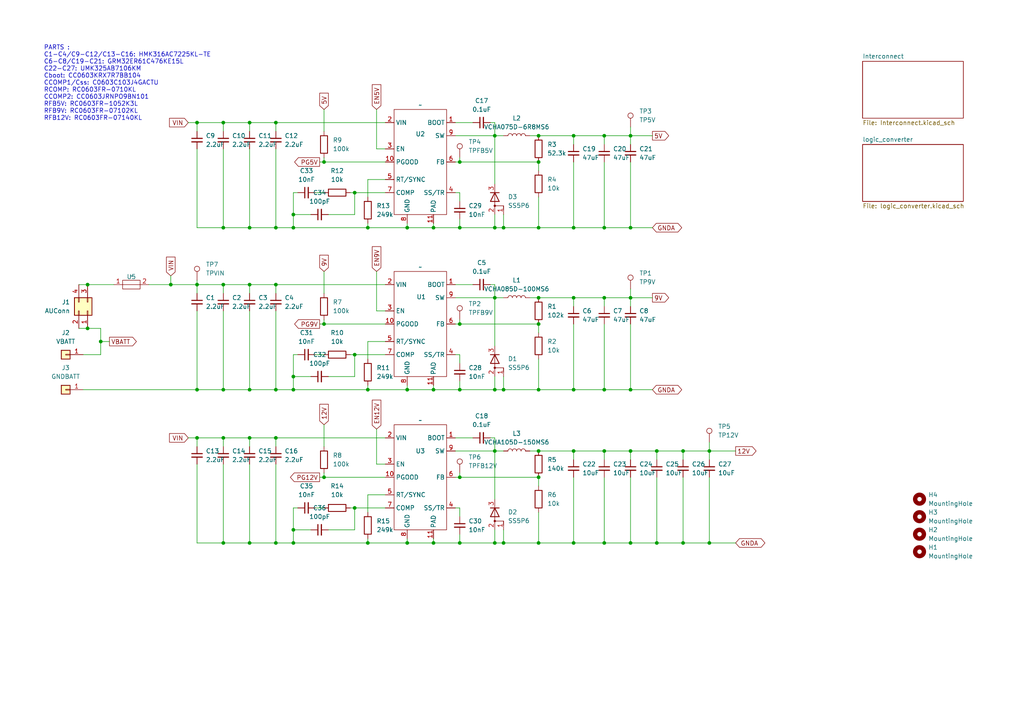
<source format=kicad_sch>
(kicad_sch (version 20250114) (generator "eeschema") (generator_version "9.0")
  (paper "A4")
  (title_block (title "Powkit Board") (date "2025-03-03") (rev "1.0") (company "Pokibot"))
  (lib_symbols
    (symbol "Connector:TestPoint" (pin_numbers (hide yes)) (pin_names (offset 0.762) (hide yes))
      (property "Reference" "TP" (at 0 6.858 0))
      (property "Value" "TestPoint" (at 0 5.08 0))
      (symbol "TestPoint_0_1"
        (circle (center 0 3.302) (radius 0.762))
      )
      (symbol "TestPoint_1_1"
        (pin passive line (at 0 0 90) (length 2.54) (name "1") (number "1"))
      )
    )
    (symbol "Connector_Generic:Conn_01x01" (pin_names (offset 1.016) (hide yes))
      (property "Reference" "J" (at 0 2.54 0))
      (property "Value" "Conn_01x01" (at 0 -2.54 0))
      (symbol "Conn_01x01_1_1"
        (rectangle (start -1.27 1.27) (end 1.27 -1.27) (stroke (width 0.254)) (fill (type background)))
        (rectangle (start -1.27 0.127) (end 0 -0.127) (stroke (width 0.1524)))
        (pin passive line (at -5.08 0 0) (length 3.81) (name "Pin_1") (number "1"))
      )
    )
    (symbol "Connector_Generic:Conn_02x02_Top_Bottom" (pin_names (offset 1.016) (hide yes))
      (property "Reference" "J" (at 1.27 2.54 0))
      (property "Value" "Conn_02x02_Top_Bottom" (at 1.27 -5.08 0))
      (symbol "Conn_02x02_Top_Bottom_1_1"
        (rectangle (start -1.27 1.27) (end 3.81 -3.81) (stroke (width 0.254)) (fill (type background)))
        (rectangle (start -1.27 0.127) (end 0 -0.127) (stroke (width 0.1524)))
        (rectangle (start -1.27 -2.413) (end 0 -2.667) (stroke (width 0.1524)))
        (rectangle (start 3.81 0.127) (end 2.54 -0.127) (stroke (width 0.1524)))
        (rectangle (start 3.81 -2.413) (end 2.54 -2.667) (stroke (width 0.1524)))
        (pin passive line (at -5.08 0 0) (length 3.81) (name "Pin_1") (number "1"))
        (pin passive line (at -5.08 -2.54 0) (length 3.81) (name "Pin_2") (number "2"))
        (pin passive line (at 7.62 0 180) (length 3.81) (name "Pin_3") (number "3"))
        (pin passive line (at 7.62 -2.54 180) (length 3.81) (name "Pin_4") (number "4"))
      )
    )
    (symbol "Device:C_Small" (pin_numbers (hide yes)) (pin_names (offset 0.254) (hide yes))
      (property "Reference" "C" (at 0.254 1.778 0))
      (property "Value" "C_Small" (at 0.254 -2.032 0))
      (symbol "C_Small_0_1"
        (polyline (pts (xy -1.524 0.508) (xy 1.524 0.508)) (stroke (width 0.3048)))
        (polyline (pts (xy -1.524 -0.508) (xy 1.524 -0.508)) (stroke (width 0.3302)))
      )
      (symbol "C_Small_1_1"
        (pin passive line (at 0 2.54 270) (length 2.032) (name "~") (number "1"))
        (pin passive line (at 0 -2.54 90) (length 2.032) (name "~") (number "2"))
      )
    )
    (symbol "Device:D_AAK" (pin_names (offset 0) (hide yes))
      (property "Reference" "D" (at 0 2.54 0))
      (property "Value" "D_AAK" (at 0 -2.54 0))
      (symbol "D_AAK_0_1"
        (polyline (pts (xy -1.27 1.27) (xy -1.27 -1.27)) (stroke (width 0.254)))
        (polyline (pts (xy 1.27 1.27) (xy 1.27 -1.27) (xy -1.27 0) (xy 1.27 1.27)) (stroke (width 0.254)))
        (circle (center 2.54 0) (radius 0.254) (fill (type outline)))
        (polyline (pts (xy 3.81 2.54) (xy 2.54 2.54) (xy 2.54 0) (xy -1.27 0)))
      )
      (symbol "D_AAK_1_1"
        (pin passive line (at -3.81 0 0) (length 2.54) (name "K") (number "3"))
        (pin passive line (at 5.08 2.54 180) (length 2.54) (name "A") (number "1"))
        (pin passive line (at 5.08 0 180) (length 2.54) (name "A") (number "2"))
      )
    )
    (symbol "Device:L" (pin_numbers (hide yes)) (pin_names (offset 1.016) (hide yes))
      (property "Reference" "L" (at -1.27 0 90))
      (property "Value" "L" (at 1.905 0 90))
      (symbol "L_0_1"
        (arc (start 0 2.54) (mid 0.6323 1.905) (end 0 1.27))
        (arc (start 0 1.27) (mid 0.6323 0.635) (end 0 0))
        (arc (start 0 0) (mid 0.6323 -0.635) (end 0 -1.27))
        (arc (start 0 -1.27) (mid 0.6323 -1.905) (end 0 -2.54))
      )
      (symbol "L_1_1"
        (pin passive line (at 0 3.81 270) (length 1.27) (name "1") (number "1"))
        (pin passive line (at 0 -3.81 90) (length 1.27) (name "2") (number "2"))
      )
    )
    (symbol "Device:R" (pin_numbers (hide yes)) (pin_names (offset 0))
      (property "Reference" "R" (at 2.032 0 90))
      (property "Value" "R" (at 0 0 90))
      (symbol "R_0_1"
        (rectangle (start -1.016 -2.54) (end 1.016 2.54) (stroke (width 0.254)))
      )
      (symbol "R_1_1"
        (pin passive line (at 0 3.81 270) (length 1.27) (name "~") (number "1"))
        (pin passive line (at 0 -3.81 90) (length 1.27) (name "~") (number "2"))
      )
    )
    (symbol "Devices:20x5_fuseholder"
      (property "Reference" "U" (at 0 2.286 0))
      (symbol "20x5_fuseholder_0_1"
        (polyline (pts (xy -2.54 1.27) (xy -2.54 -1.27) (xy 2.54 -1.27) (xy 2.54 1.27) (xy -2.54 1.27) (xy -2.54 0) (xy 2.54 0)))
      )
      (symbol "20x5_fuseholder_1_1"
        (pin bidirectional line (at -5.08 0 0) (length 2.54) (name "") (number "1"))
        (pin bidirectional line (at 5.08 0 180) (length 2.54) (name "") (number "2"))
      )
    )
    (symbol "Devices:RTQ6365GQW"
      (property "Reference" "U" (at -0.254 7.112 0))
      (symbol "RTQ6365GQW_0_1"
        (rectangle (start -7.62 15.24) (end 7.62 -15.24))
      )
      (symbol "RTQ6365GQW_1_1"
        (pin input line (at -10.16 11.43 0) (length 2.54) (name "VIN") (number "2"))
        (pin input line (at -10.16 3.81 0) (length 2.54) (name "EN") (number "3"))
        (pin open_collector line (at -10.16 0 0) (length 2.54) (name "PGOOD") (number "10"))
        (pin bidirectional line (at -10.16 -5.08 0) (length 2.54) (name "RT/SYNC") (number "5"))
        (pin output line (at -10.16 -8.89 0) (length 2.54) (name "COMP") (number "7"))
        (pin bidirectional line (at -3.81 -17.78 90) (length 2.54) (name "GND") (number "8"))
        (pin bidirectional line (at 3.81 -17.78 90) (length 2.54) (name "PAD") (number "11"))
        (pin input line (at 10.16 11.43 180) (length 2.54) (name "BOOT") (number "1"))
        (pin output line (at 10.16 7.62 180) (length 2.54) (name "SW") (number "9"))
        (pin input line (at 10.16 0 180) (length 2.54) (name "FB") (number "6"))
        (pin output line (at 10.16 -8.89 180) (length 2.54) (name "SS/TR") (number "4"))
      )
    )
    (symbol "Mechanical:MountingHole" (pin_names (offset 1.016)) (exclude_from_sim yes) (in_bom no)
      (property "Reference" "H" (at 0 5.08 0))
      (property "Value" "MountingHole" (at 0 3.175 0))
      (symbol "MountingHole_0_1"
        (circle (center 0 0) (radius 1.27) (stroke (width 1.27)))
      )
    )
  )
  (text "PARTS :\nC1-C4/C9-C12/C13-C16: HMK316AC7225KL-TE\nC6-C8/C19-C21: GRM32ER61C476KE15L\nC22-C27: UMK325AB7106KM\nCboot: CC0603KRX7R7BB104\nCCOMP1/Css: C0603C103J4GACTU\nRCOMP: RC0603FR-0710KL\nCCOMP2: CC0603JRNPO9BN101\nRFB5V: RC0603FR-1052K3L\nRFB9V: RC0603FR-07102KL\nRFB12V: RC0603FR-07140KL" (at 12.7 24.13 0) (effects (font (size 1.27 1.27)) (justify left)))
  (junction (at 57.15 113.03))
  (junction (at 166.37 130.81))
  (junction (at 64.77 66.04))
  (junction (at 143.51 39.37))
  (junction (at 133.35 66.04))
  (junction (at 118.11 66.04))
  (junction (at 133.35 113.03))
  (junction (at 49.53 82.55))
  (junction (at 156.21 157.48))
  (junction (at 175.26 86.36))
  (junction (at 72.39 35.56))
  (junction (at 143.51 130.81))
  (junction (at 80.01 157.48))
  (junction (at 133.35 46.99))
  (junction (at 190.5 130.81))
  (junction (at 93.98 138.43))
  (junction (at 143.51 157.48))
  (junction (at 72.39 82.55))
  (junction (at 175.26 66.04))
  (junction (at 64.77 35.56))
  (junction (at 72.39 157.48))
  (junction (at 57.15 127))
  (junction (at 156.21 46.99))
  (junction (at 146.05 66.04))
  (junction (at 93.98 93.98))
  (junction (at 102.87 55.88))
  (junction (at 25.4 95.25))
  (junction (at 182.88 86.36))
  (junction (at 133.35 157.48))
  (junction (at 85.09 113.03))
  (junction (at 102.87 147.32))
  (junction (at 143.51 113.03))
  (junction (at 85.09 109.22))
  (junction (at 143.51 66.04))
  (junction (at 175.26 157.48))
  (junction (at 80.01 35.56))
  (junction (at 175.26 113.03))
  (junction (at 64.77 157.48))
  (junction (at 166.37 113.03))
  (junction (at 198.12 130.81))
  (junction (at 205.74 157.48))
  (junction (at 125.73 66.04))
  (junction (at 72.39 113.03))
  (junction (at 80.01 127))
  (junction (at 85.09 157.48))
  (junction (at 102.87 102.87))
  (junction (at 166.37 39.37))
  (junction (at 106.68 157.48))
  (junction (at 156.21 86.36))
  (junction (at 166.37 66.04))
  (junction (at 156.21 113.03))
  (junction (at 72.39 127))
  (junction (at 156.21 39.37))
  (junction (at 118.11 113.03))
  (junction (at 85.09 66.04))
  (junction (at 182.88 113.03))
  (junction (at 125.73 157.48))
  (junction (at 156.21 66.04))
  (junction (at 182.88 39.37))
  (junction (at 57.15 35.56))
  (junction (at 80.01 113.03))
  (junction (at 156.21 93.98))
  (junction (at 205.74 130.81))
  (junction (at 93.98 46.99))
  (junction (at 72.39 66.04))
  (junction (at 106.68 113.03))
  (junction (at 106.68 66.04))
  (junction (at 156.21 138.43))
  (junction (at 125.73 113.03))
  (junction (at 85.09 153.67))
  (junction (at 64.77 82.55))
  (junction (at 190.5 157.48))
  (junction (at 133.35 138.43))
  (junction (at 80.01 82.55))
  (junction (at 80.01 66.04))
  (junction (at 146.05 157.48))
  (junction (at 175.26 130.81))
  (junction (at 146.05 113.03))
  (junction (at 182.88 157.48))
  (junction (at 175.26 39.37))
  (junction (at 57.15 82.55))
  (junction (at 182.88 130.81))
  (junction (at 182.88 66.04))
  (junction (at 198.12 157.48))
  (junction (at 133.35 93.98))
  (junction (at 143.51 86.36))
  (junction (at 166.37 157.48))
  (junction (at 118.11 157.48))
  (junction (at 156.21 130.81))
  (junction (at 64.77 127))
  (junction (at 85.09 62.23))
  (junction (at 64.77 113.03))
  (junction (at 25.4 82.55))
  (junction (at 166.37 86.36))
  (junction (at 29.21 99.06))
  (wire (pts (xy 57.15 35.56) (xy 57.15 38.1)))
  (wire (pts (xy 132.08 46.99) (xy 133.35 46.99)))
  (wire (pts (xy 133.35 157.48) (xy 143.51 157.48)))
  (wire (pts (xy 72.39 35.56) (xy 72.39 38.1)))
  (wire (pts (xy 156.21 57.15) (xy 156.21 66.04)))
  (wire (pts (xy 175.26 39.37) (xy 175.26 41.91)))
  (wire (pts (xy 143.51 82.55) (xy 143.51 86.36)))
  (wire (pts (xy 25.4 95.25) (xy 29.21 95.25)))
  (wire (pts (xy 106.68 104.14) (xy 106.68 99.06)))
  (wire (pts (xy 57.15 35.56) (xy 64.77 35.56)))
  (wire (pts (xy 91.44 147.32) (xy 93.98 147.32)))
  (wire (pts (xy 102.87 55.88) (xy 111.76 55.88)))
  (wire (pts (xy 57.15 82.55) (xy 57.15 85.09)))
  (wire (pts (xy 133.35 105.41) (xy 133.35 102.87)))
  (wire (pts (xy 182.88 39.37) (xy 182.88 41.91)))
  (wire (pts (xy 182.88 93.98) (xy 182.88 113.03)))
  (wire (pts (xy 49.53 80.01) (xy 49.53 82.55)))
  (wire (pts (xy 133.35 92.71) (xy 133.35 93.98)))
  (wire (pts (xy 91.44 102.87) (xy 93.98 102.87)))
  (wire (pts (xy 22.86 82.55) (xy 25.4 82.55)))
  (wire (pts (xy 106.68 52.07) (xy 111.76 52.07)))
  (wire (pts (xy 102.87 62.23) (xy 102.87 55.88)))
  (wire (pts (xy 146.05 157.48) (xy 156.21 157.48)))
  (wire (pts (xy 85.09 62.23) (xy 85.09 55.88)))
  (wire (pts (xy 156.21 113.03) (xy 166.37 113.03)))
  (wire (pts (xy 106.68 111.76) (xy 106.68 113.03)))
  (wire (pts (xy 102.87 109.22) (xy 102.87 102.87)))
  (wire (pts (xy 133.35 93.98) (xy 156.21 93.98)))
  (wire (pts (xy 143.51 109.22) (xy 143.51 113.03)))
  (wire (pts (xy 175.26 130.81) (xy 182.88 130.81)))
  (wire (pts (xy 102.87 153.67) (xy 102.87 147.32)))
  (wire (pts (xy 166.37 93.98) (xy 166.37 113.03)))
  (wire (pts (xy 85.09 66.04) (xy 106.68 66.04)))
  (wire (pts (xy 166.37 157.48) (xy 175.26 157.48)))
  (wire (pts (xy 72.39 35.56) (xy 80.01 35.56)))
  (wire (pts (xy 132.08 35.56) (xy 137.16 35.56)))
  (wire (pts (xy 125.73 111.76) (xy 125.73 113.03)))
  (wire (pts (xy 143.51 86.36) (xy 146.05 86.36)))
  (wire (pts (xy 146.05 62.23) (xy 146.05 66.04)))
  (wire (pts (xy 106.68 148.59) (xy 106.68 143.51)))
  (wire (pts (xy 85.09 157.48) (xy 106.68 157.48)))
  (wire (pts (xy 182.88 86.36) (xy 182.88 88.9)))
  (wire (pts (xy 24.13 113.03) (xy 57.15 113.03)))
  (wire (pts (xy 93.98 138.43) (xy 111.76 138.43)))
  (wire (pts (xy 143.51 130.81) (xy 146.05 130.81)))
  (wire (pts (xy 57.15 82.55) (xy 64.77 82.55)))
  (wire (pts (xy 85.09 109.22) (xy 85.09 113.03)))
  (wire (pts (xy 72.39 82.55) (xy 72.39 85.09)))
  (wire (pts (xy 133.35 45.72) (xy 133.35 46.99)))
  (wire (pts (xy 80.01 66.04) (xy 85.09 66.04)))
  (wire (pts (xy 72.39 66.04) (xy 72.39 43.18)))
  (wire (pts (xy 156.21 86.36) (xy 166.37 86.36)))
  (wire (pts (xy 64.77 113.03) (xy 72.39 113.03)))
  (wire (pts (xy 57.15 127) (xy 57.15 129.54)))
  (wire (pts (xy 156.21 46.99) (xy 156.21 49.53)))
  (wire (pts (xy 146.05 109.22) (xy 146.05 113.03)))
  (wire (pts (xy 132.08 127) (xy 137.16 127)))
  (wire (pts (xy 182.88 86.36) (xy 189.23 86.36)))
  (wire (pts (xy 182.88 130.81) (xy 182.88 133.35)))
  (wire (pts (xy 57.15 66.04) (xy 57.15 43.18)))
  (wire (pts (xy 143.51 113.03) (xy 146.05 113.03)))
  (wire (pts (xy 92.71 93.98) (xy 93.98 93.98)))
  (wire (pts (xy 109.22 124.46) (xy 109.22 134.62)))
  (wire (pts (xy 156.21 66.04) (xy 166.37 66.04)))
  (wire (pts (xy 133.35 137.16) (xy 133.35 138.43)))
  (wire (pts (xy 198.12 138.43) (xy 198.12 157.48)))
  (wire (pts (xy 205.74 130.81) (xy 205.74 133.35)))
  (wire (pts (xy 205.74 128.27) (xy 205.74 130.81)))
  (wire (pts (xy 85.09 113.03) (xy 106.68 113.03)))
  (wire (pts (xy 175.26 86.36) (xy 182.88 86.36)))
  (wire (pts (xy 143.51 127) (xy 143.51 130.81)))
  (wire (pts (xy 85.09 153.67) (xy 85.09 147.32)))
  (wire (pts (xy 143.51 62.23) (xy 143.51 66.04)))
  (wire (pts (xy 92.71 46.99) (xy 93.98 46.99)))
  (wire (pts (xy 109.22 31.75) (xy 109.22 43.18)))
  (wire (pts (xy 90.17 62.23) (xy 85.09 62.23)))
  (wire (pts (xy 85.09 109.22) (xy 85.09 102.87)))
  (wire (pts (xy 132.08 93.98) (xy 133.35 93.98)))
  (wire (pts (xy 133.35 46.99) (xy 156.21 46.99)))
  (wire (pts (xy 80.01 113.03) (xy 80.01 90.17)))
  (wire (pts (xy 125.73 66.04) (xy 133.35 66.04)))
  (wire (pts (xy 93.98 46.99) (xy 111.76 46.99)))
  (wire (pts (xy 93.98 45.72) (xy 93.98 46.99)))
  (wire (pts (xy 106.68 157.48) (xy 118.11 157.48)))
  (wire (pts (xy 106.68 156.21) (xy 106.68 157.48)))
  (wire (pts (xy 125.73 64.77) (xy 125.73 66.04)))
  (wire (pts (xy 72.39 157.48) (xy 80.01 157.48)))
  (wire (pts (xy 102.87 102.87) (xy 111.76 102.87)))
  (wire (pts (xy 146.05 113.03) (xy 156.21 113.03)))
  (wire (pts (xy 29.21 99.06) (xy 31.75 99.06)))
  (wire (pts (xy 190.5 130.81) (xy 198.12 130.81)))
  (wire (pts (xy 166.37 39.37) (xy 166.37 41.91)))
  (wire (pts (xy 54.61 35.56) (xy 57.15 35.56)))
  (wire (pts (xy 101.6 147.32) (xy 102.87 147.32)))
  (wire (pts (xy 190.5 130.81) (xy 190.5 133.35)))
  (wire (pts (xy 106.68 99.06) (xy 111.76 99.06)))
  (wire (pts (xy 125.73 157.48) (xy 133.35 157.48)))
  (wire (pts (xy 133.35 58.42) (xy 133.35 55.88)))
  (wire (pts (xy 198.12 130.81) (xy 198.12 133.35)))
  (wire (pts (xy 106.68 113.03) (xy 118.11 113.03)))
  (wire (pts (xy 64.77 35.56) (xy 64.77 38.1)))
  (wire (pts (xy 143.51 35.56) (xy 143.51 39.37)))
  (wire (pts (xy 146.05 66.04) (xy 156.21 66.04)))
  (wire (pts (xy 182.88 66.04) (xy 189.23 66.04)))
  (wire (pts (xy 80.01 113.03) (xy 85.09 113.03)))
  (wire (pts (xy 109.22 43.18) (xy 111.76 43.18)))
  (wire (pts (xy 133.35 55.88) (xy 132.08 55.88)))
  (wire (pts (xy 64.77 157.48) (xy 72.39 157.48)))
  (wire (pts (xy 57.15 81.28) (xy 57.15 82.55)))
  (wire (pts (xy 49.53 82.55) (xy 57.15 82.55)))
  (wire (pts (xy 118.11 64.77) (xy 118.11 66.04)))
  (wire (pts (xy 85.09 55.88) (xy 86.36 55.88)))
  (wire (pts (xy 85.09 102.87) (xy 86.36 102.87)))
  (wire (pts (xy 132.08 138.43) (xy 133.35 138.43)))
  (wire (pts (xy 132.08 130.81) (xy 143.51 130.81)))
  (wire (pts (xy 25.4 82.55) (xy 33.02 82.55)))
  (wire (pts (xy 118.11 156.21) (xy 118.11 157.48)))
  (wire (pts (xy 80.01 157.48) (xy 85.09 157.48)))
  (wire (pts (xy 156.21 93.98) (xy 156.21 96.52)))
  (wire (pts (xy 175.26 130.81) (xy 175.26 133.35)))
  (wire (pts (xy 106.68 66.04) (xy 118.11 66.04)))
  (wire (pts (xy 133.35 154.94) (xy 133.35 157.48)))
  (wire (pts (xy 182.88 138.43) (xy 182.88 157.48)))
  (wire (pts (xy 101.6 55.88) (xy 102.87 55.88)))
  (wire (pts (xy 132.08 86.36) (xy 143.51 86.36)))
  (wire (pts (xy 93.98 78.74) (xy 93.98 85.09)))
  (wire (pts (xy 72.39 127) (xy 72.39 129.54)))
  (wire (pts (xy 143.51 39.37) (xy 146.05 39.37)))
  (wire (pts (xy 190.5 157.48) (xy 198.12 157.48)))
  (wire (pts (xy 72.39 82.55) (xy 80.01 82.55)))
  (wire (pts (xy 132.08 82.55) (xy 137.16 82.55)))
  (wire (pts (xy 80.01 127) (xy 111.76 127)))
  (wire (pts (xy 146.05 153.67) (xy 146.05 157.48)))
  (wire (pts (xy 80.01 127) (xy 80.01 129.54)))
  (wire (pts (xy 72.39 113.03) (xy 80.01 113.03)))
  (wire (pts (xy 43.18 82.55) (xy 49.53 82.55)))
  (wire (pts (xy 182.88 130.81) (xy 190.5 130.81)))
  (wire (pts (xy 143.51 130.81) (xy 143.51 144.78)))
  (wire (pts (xy 125.73 156.21) (xy 125.73 157.48)))
  (wire (pts (xy 118.11 66.04) (xy 125.73 66.04)))
  (wire (pts (xy 80.01 66.04) (xy 80.01 43.18)))
  (wire (pts (xy 54.61 127) (xy 57.15 127)))
  (wire (pts (xy 166.37 86.36) (xy 175.26 86.36)))
  (wire (pts (xy 72.39 66.04) (xy 80.01 66.04)))
  (wire (pts (xy 190.5 138.43) (xy 190.5 157.48)))
  (wire (pts (xy 166.37 130.81) (xy 175.26 130.81)))
  (wire (pts (xy 29.21 95.25) (xy 29.21 99.06)))
  (wire (pts (xy 106.68 143.51) (xy 111.76 143.51)))
  (wire (pts (xy 175.26 39.37) (xy 182.88 39.37)))
  (wire (pts (xy 175.26 46.99) (xy 175.26 66.04)))
  (wire (pts (xy 118.11 157.48) (xy 125.73 157.48)))
  (wire (pts (xy 29.21 99.06) (xy 29.21 102.87)))
  (wire (pts (xy 133.35 63.5) (xy 133.35 66.04)))
  (wire (pts (xy 93.98 31.75) (xy 93.98 38.1)))
  (wire (pts (xy 205.74 138.43) (xy 205.74 157.48)))
  (wire (pts (xy 156.21 39.37) (xy 166.37 39.37)))
  (wire (pts (xy 142.24 82.55) (xy 143.51 82.55)))
  (wire (pts (xy 166.37 138.43) (xy 166.37 157.48)))
  (wire (pts (xy 182.88 36.83) (xy 182.88 39.37)))
  (wire (pts (xy 153.67 39.37) (xy 156.21 39.37)))
  (wire (pts (xy 175.26 157.48) (xy 182.88 157.48)))
  (wire (pts (xy 133.35 149.86) (xy 133.35 147.32)))
  (wire (pts (xy 85.09 147.32) (xy 86.36 147.32)))
  (wire (pts (xy 80.01 157.48) (xy 80.01 134.62)))
  (wire (pts (xy 143.51 153.67) (xy 143.51 157.48)))
  (wire (pts (xy 92.71 138.43) (xy 93.98 138.43)))
  (wire (pts (xy 182.88 113.03) (xy 189.23 113.03)))
  (wire (pts (xy 72.39 127) (xy 80.01 127)))
  (wire (pts (xy 91.44 55.88) (xy 93.98 55.88)))
  (wire (pts (xy 182.88 157.48) (xy 190.5 157.48)))
  (wire (pts (xy 64.77 66.04) (xy 64.77 43.18)))
  (wire (pts (xy 57.15 113.03) (xy 57.15 90.17)))
  (wire (pts (xy 80.01 82.55) (xy 111.76 82.55)))
  (wire (pts (xy 133.35 102.87) (xy 132.08 102.87)))
  (wire (pts (xy 156.21 138.43) (xy 156.21 140.97)))
  (wire (pts (xy 64.77 35.56) (xy 72.39 35.56)))
  (wire (pts (xy 143.51 66.04) (xy 146.05 66.04)))
  (wire (pts (xy 80.01 82.55) (xy 80.01 85.09)))
  (wire (pts (xy 72.39 113.03) (xy 72.39 90.17)))
  (wire (pts (xy 93.98 92.71) (xy 93.98 93.98)))
  (wire (pts (xy 57.15 157.48) (xy 64.77 157.48)))
  (wire (pts (xy 85.09 153.67) (xy 85.09 157.48)))
  (wire (pts (xy 125.73 113.03) (xy 133.35 113.03)))
  (wire (pts (xy 166.37 130.81) (xy 166.37 133.35)))
  (wire (pts (xy 64.77 127) (xy 72.39 127)))
  (wire (pts (xy 166.37 66.04) (xy 175.26 66.04)))
  (wire (pts (xy 166.37 46.99) (xy 166.37 66.04)))
  (wire (pts (xy 93.98 123.19) (xy 93.98 129.54)))
  (wire (pts (xy 64.77 157.48) (xy 64.77 134.62)))
  (wire (pts (xy 118.11 111.76) (xy 118.11 113.03)))
  (wire (pts (xy 175.26 66.04) (xy 182.88 66.04)))
  (wire (pts (xy 198.12 157.48) (xy 205.74 157.48)))
  (wire (pts (xy 72.39 157.48) (xy 72.39 134.62)))
  (wire (pts (xy 175.26 93.98) (xy 175.26 113.03)))
  (wire (pts (xy 64.77 113.03) (xy 64.77 90.17)))
  (wire (pts (xy 143.51 39.37) (xy 143.51 53.34)))
  (wire (pts (xy 175.26 86.36) (xy 175.26 88.9)))
  (wire (pts (xy 118.11 113.03) (xy 125.73 113.03)))
  (wire (pts (xy 156.21 130.81) (xy 166.37 130.81)))
  (wire (pts (xy 175.26 138.43) (xy 175.26 157.48)))
  (wire (pts (xy 57.15 113.03) (xy 64.77 113.03)))
  (wire (pts (xy 153.67 86.36) (xy 156.21 86.36)))
  (wire (pts (xy 182.88 46.99) (xy 182.88 66.04)))
  (wire (pts (xy 95.25 62.23) (xy 102.87 62.23)))
  (wire (pts (xy 64.77 82.55) (xy 64.77 85.09)))
  (wire (pts (xy 143.51 157.48) (xy 146.05 157.48)))
  (wire (pts (xy 109.22 90.17) (xy 111.76 90.17)))
  (wire (pts (xy 64.77 66.04) (xy 72.39 66.04)))
  (wire (pts (xy 133.35 110.49) (xy 133.35 113.03)))
  (wire (pts (xy 182.88 83.82) (xy 182.88 86.36)))
  (wire (pts (xy 106.68 64.77) (xy 106.68 66.04)))
  (wire (pts (xy 80.01 35.56) (xy 111.76 35.56)))
  (wire (pts (xy 156.21 148.59) (xy 156.21 157.48)))
  (wire (pts (xy 101.6 102.87) (xy 102.87 102.87)))
  (wire (pts (xy 142.24 127) (xy 143.51 127)))
  (wire (pts (xy 166.37 86.36) (xy 166.37 88.9)))
  (wire (pts (xy 166.37 39.37) (xy 175.26 39.37)))
  (wire (pts (xy 109.22 78.74) (xy 109.22 90.17)))
  (wire (pts (xy 143.51 86.36) (xy 143.51 100.33)))
  (wire (pts (xy 182.88 39.37) (xy 189.23 39.37)))
  (wire (pts (xy 156.21 104.14) (xy 156.21 113.03)))
  (wire (pts (xy 198.12 130.81) (xy 205.74 130.81)))
  (wire (pts (xy 22.86 95.25) (xy 25.4 95.25)))
  (wire (pts (xy 80.01 35.56) (xy 80.01 38.1)))
  (wire (pts (xy 133.35 138.43) (xy 156.21 138.43)))
  (wire (pts (xy 85.09 62.23) (xy 85.09 66.04)))
  (wire (pts (xy 93.98 137.16) (xy 93.98 138.43)))
  (wire (pts (xy 133.35 113.03) (xy 143.51 113.03)))
  (wire (pts (xy 142.24 35.56) (xy 143.51 35.56)))
  (wire (pts (xy 166.37 113.03) (xy 175.26 113.03)))
  (wire (pts (xy 57.15 66.04) (xy 64.77 66.04)))
  (wire (pts (xy 106.68 57.15) (xy 106.68 52.07)))
  (wire (pts (xy 95.25 109.22) (xy 102.87 109.22)))
  (wire (pts (xy 109.22 134.62) (xy 111.76 134.62)))
  (wire (pts (xy 205.74 130.81) (xy 213.36 130.81)))
  (wire (pts (xy 153.67 130.81) (xy 156.21 130.81)))
  (wire (pts (xy 24.13 102.87) (xy 29.21 102.87)))
  (wire (pts (xy 64.77 82.55) (xy 72.39 82.55)))
  (wire (pts (xy 132.08 39.37) (xy 143.51 39.37)))
  (wire (pts (xy 57.15 127) (xy 64.77 127)))
  (wire (pts (xy 175.26 113.03) (xy 182.88 113.03)))
  (wire (pts (xy 156.21 157.48) (xy 166.37 157.48)))
  (wire (pts (xy 133.35 66.04) (xy 143.51 66.04)))
  (wire (pts (xy 90.17 153.67) (xy 85.09 153.67)))
  (wire (pts (xy 205.74 157.48) (xy 213.36 157.48)))
  (wire (pts (xy 102.87 147.32) (xy 111.76 147.32)))
  (wire (pts (xy 64.77 127) (xy 64.77 129.54)))
  (wire (pts (xy 133.35 147.32) (xy 132.08 147.32)))
  (wire (pts (xy 90.17 109.22) (xy 85.09 109.22)))
  (wire (pts (xy 95.25 153.67) (xy 102.87 153.67)))
  (wire (pts (xy 57.15 157.48) (xy 57.15 134.62)))
  (wire (pts (xy 93.98 93.98) (xy 111.76 93.98)))
  (global_label "GNDA" (shape bidirectional) (at 189.23 113.03 0) (property "Intersheetrefs" "${INTERSHEET_REFS}" (effects (hide yes))))
  (global_label "PG9V" (shape output) (at 92.71 93.98 180) (property "Intersheetrefs" "${INTERSHEET_REFS}" (effects (hide yes))))
  (global_label "5V" (shape output) (at 189.23 39.37 0) (property "Intersheetrefs" "${INTERSHEET_REFS}" (effects (hide yes))))
  (global_label "VBATT" (shape output) (at 31.75 99.06 0) (property "Intersheetrefs" "${INTERSHEET_REFS}" (effects (hide yes))))
  (global_label "EN5V" (shape input) (at 109.22 31.75 90) (property "Intersheetrefs" "${INTERSHEET_REFS}" (effects (hide yes))))
  (global_label "EN12V" (shape input) (at 109.22 124.46 90) (property "Intersheetrefs" "${INTERSHEET_REFS}" (effects (hide yes))))
  (global_label "PG12V" (shape output) (at 92.71 138.43 180) (property "Intersheetrefs" "${INTERSHEET_REFS}" (effects (hide yes))))
  (global_label "EN9V" (shape input) (at 109.22 78.74 90) (property "Intersheetrefs" "${INTERSHEET_REFS}" (effects (hide yes))))
  (global_label "VIN" (shape input) (at 54.61 35.56 180) (property "Intersheetrefs" "${INTERSHEET_REFS}" (effects (hide yes))))
  (global_label "VIN" (shape input) (at 49.53 80.01 90) (property "Intersheetrefs" "${INTERSHEET_REFS}" (effects (hide yes))))
  (global_label "GNDA" (shape bidirectional) (at 213.36 157.48 0) (property "Intersheetrefs" "${INTERSHEET_REFS}" (effects (hide yes))))
  (global_label "12V" (shape output) (at 213.36 130.81 0) (property "Intersheetrefs" "${INTERSHEET_REFS}" (effects (hide yes))))
  (global_label "9V" (shape input) (at 93.98 78.74 90) (property "Intersheetrefs" "${INTERSHEET_REFS}" (effects (hide yes))))
  (global_label "12V" (shape input) (at 93.98 123.19 90) (property "Intersheetrefs" "${INTERSHEET_REFS}" (effects (hide yes))))
  (global_label "VIN" (shape input) (at 54.61 127 180) (property "Intersheetrefs" "${INTERSHEET_REFS}" (effects (hide yes))))
  (global_label "5V" (shape input) (at 93.98 31.75 90) (property "Intersheetrefs" "${INTERSHEET_REFS}" (effects (hide yes))))
  (global_label "GNDA" (shape bidirectional) (at 189.23 66.04 0) (property "Intersheetrefs" "${INTERSHEET_REFS}" (effects (hide yes))))
  (global_label "PG5V" (shape output) (at 92.71 46.99 180) (property "Intersheetrefs" "${INTERSHEET_REFS}" (effects (hide yes))))
  (global_label "9V" (shape output) (at 189.23 86.36 0) (property "Intersheetrefs" "${INTERSHEET_REFS}" (effects (hide yes))))
  (symbol (lib_id "Devices:RTQ6365GQW") (at 121.92 93.98 0) (unit 1)
    (property "Reference" "U1" (at 122.174 86.106 0))
    (property "Value" "~" (at 121.92 77.47 0))
    (property "Footprint" "Package_DFN_QFN:WDFN-10-1EP_3x3mm_P0.5mm_EP1.8x2.5mm" (effects (hide yes)))
    (property "Datasheet" "kicad-embed://DSQ6365-01.pdf" (effects (hide yes)))
    (property "Description" "Buck converter 60V/5A" (effects (hide yes)))
  )
  (symbol (lib_id "Devices:RTQ6365GQW") (at 121.92 46.99 0) (unit 1)
    (property "Reference" "U2" (at 121.92 38.862 0))
    (property "Value" "~" (at 121.92 30.48 0))
    (property "Footprint" "Package_DFN_QFN:WDFN-10-1EP_3x3mm_P0.5mm_EP1.8x2.5mm" (effects (hide yes)))
    (property "Datasheet" "kicad-embed://DSQ6365-01.pdf" (effects (hide yes)))
    (property "Description" "Buck converter 60V/5A" (effects (hide yes)))
  )
  (symbol (lib_id "Device:R") (at 106.68 60.96 0) (unit 1)
    (property "Reference" "R13" (at 109.22 59.6899 0) (effects (justify left)))
    (property "Value" "249k" (at 109.22 62.2299 0) (effects (justify left)))
    (property "Footprint" "Resistor_SMD:R_0603_1608Metric" (effects (hide yes)))
    (property "Description" "Resistor" (effects (hide yes)))
  )
  (symbol (lib_id "Device:C_Small") (at 139.7 82.55 90) (unit 1)
    (property "Reference" "C5" (at 139.7063 76.2 90))
    (property "Value" "0.1uF" (at 139.7063 78.74 90))
    (property "Footprint" "Capacitor_SMD:C_0603_1608Metric" (effects (hide yes)))
    (property "Description" "Unpolarized capacitor, small symbol" (effects (hide yes)))
  )
  (symbol (lib_id "Device:C_Small") (at 57.15 40.64 0) (unit 1)
    (property "Reference" "C9" (at 59.69 39.3762 0) (effects (justify left)))
    (property "Value" "2.2uF" (at 59.69 41.9162 0) (effects (justify left)))
    (property "Footprint" "Capacitor_SMD:C_1206_3216Metric" (effects (hide yes)))
    (property "Description" "Unpolarized capacitor, small symbol" (effects (hide yes)))
  )
  (symbol (lib_id "Device:R") (at 97.79 147.32 90) (unit 1)
    (property "Reference" "R14" (at 97.79 140.97 90))
    (property "Value" "10k" (at 97.79 143.51 90))
    (property "Footprint" "Resistor_SMD:R_0603_1608Metric" (effects (hide yes)))
    (property "Description" "Resistor" (effects (hide yes)))
  )
  (symbol (lib_id "Device:L") (at 149.86 130.81 90) (unit 1)
    (property "Reference" "L3" (at 149.86 125.73 90))
    (property "Value" "VCHA105D-150MS6" (at 149.86 128.27 90))
    (property "Footprint" "Devices:VCHA105D-150MS6" (effects (hide yes)))
    (property "Description" "Inductor" (effects (hide yes)))
  )
  (symbol (lib_id "Device:C_Small") (at 57.15 87.63 0) (unit 1)
    (property "Reference" "C1" (at 59.69 86.3662 0) (effects (justify left)))
    (property "Value" "2.2uF" (at 59.69 88.9062 0) (effects (justify left)))
    (property "Footprint" "Capacitor_SMD:C_1206_3216Metric" (effects (hide yes)))
    (property "Description" "Unpolarized capacitor, small symbol" (effects (hide yes)))
  )
  (symbol (lib_id "Device:C_Small") (at 139.7 127 90) (unit 1)
    (property "Reference" "C18" (at 139.7063 120.65 90))
    (property "Value" "0.1uF" (at 139.7063 123.19 90))
    (property "Footprint" "Capacitor_SMD:C_0603_1608Metric" (effects (hide yes)))
    (property "Description" "Unpolarized capacitor, small symbol" (effects (hide yes)))
  )
  (symbol (lib_id "Device:C_Small") (at 133.35 60.96 0) (unit 1)
    (property "Reference" "C29" (at 135.89 59.6962 0) (effects (justify left)))
    (property "Value" "10nF" (at 135.89 62.2362 0) (effects (justify left)))
    (property "Footprint" "Capacitor_SMD:C_0603_1608Metric" (effects (hide yes)))
    (property "Description" "Unpolarized capacitor, small symbol" (effects (hide yes)))
  )
  (symbol (lib_id "Device:C_Small") (at 72.39 40.64 0) (unit 1)
    (property "Reference" "C11" (at 74.93 39.3762 0) (effects (justify left)))
    (property "Value" "2.2uF" (at 74.93 41.9162 0) (effects (justify left)))
    (property "Footprint" "Capacitor_SMD:C_1206_3216Metric" (effects (hide yes)))
    (property "Description" "Unpolarized capacitor, small symbol" (effects (hide yes)))
  )
  (symbol (lib_id "Device:C_Small") (at 166.37 135.89 0) (unit 1)
    (property "Reference" "C22" (at 168.91 134.6262 0) (effects (justify left)))
    (property "Value" "10uF" (at 168.91 137.1662 0) (effects (justify left)))
    (property "Footprint" "Capacitor_SMD:C_1210_3225Metric" (effects (hide yes)))
    (property "Description" "Unpolarized capacitor, small symbol" (effects (hide yes)))
  )
  (symbol (lib_id "Connector:TestPoint") (at 182.88 36.83 0) (unit 1)
    (property "Reference" "TP3" (at 185.42 32.2579 0) (effects (justify left)))
    (property "Value" "TP5V" (at 185.42 34.7979 0) (effects (justify left)))
    (property "Footprint" "TestPoint:TestPoint_Pad_D1.5mm" (effects (hide yes)))
    (property "Description" "test point" (effects (hide yes)))
  )
  (symbol (lib_id "Connector:TestPoint") (at 133.35 137.16 0) (unit 1)
    (property "Reference" "TP6" (at 135.89 132.5879 0) (effects (justify left)))
    (property "Value" "TPFB12V" (at 135.89 135.1279 0) (effects (justify left)))
    (property "Footprint" "TestPoint:TestPoint_Pad_D1.5mm" (effects (hide yes)))
    (property "Description" "test point" (effects (hide yes)))
  )
  (symbol (lib_id "Device:C_Small") (at 182.88 44.45 0) (unit 1)
    (property "Reference" "C21" (at 185.42 43.1862 0) (effects (justify left)))
    (property "Value" "47uF" (at 185.42 45.7262 0) (effects (justify left)))
    (property "Footprint" "Capacitor_SMD:C_1210_3225Metric" (effects (hide yes)))
    (property "Description" "Unpolarized capacitor, small symbol" (effects (hide yes)))
  )
  (symbol (lib_id "Device:C_Small") (at 64.77 87.63 0) (unit 1)
    (property "Reference" "C2" (at 67.31 86.3662 0) (effects (justify left)))
    (property "Value" "2.2uF" (at 67.31 88.9062 0) (effects (justify left)))
    (property "Footprint" "Capacitor_SMD:C_1206_3216Metric" (effects (hide yes)))
    (property "Description" "Unpolarized capacitor, small symbol" (effects (hide yes)))
  )
  (symbol (lib_id "Device:C_Small") (at 182.88 135.89 0) (unit 1)
    (property "Reference" "C24" (at 185.42 134.6262 0) (effects (justify left)))
    (property "Value" "10uF" (at 185.42 137.1662 0) (effects (justify left)))
    (property "Footprint" "Capacitor_SMD:C_1210_3225Metric" (effects (hide yes)))
    (property "Description" "Unpolarized capacitor, small symbol" (effects (hide yes)))
  )
  (symbol (lib_id "Device:C_Small") (at 182.88 91.44 0) (unit 1)
    (property "Reference" "C8" (at 185.42 90.1762 0) (effects (justify left)))
    (property "Value" "47uF" (at 185.42 92.7162 0) (effects (justify left)))
    (property "Footprint" "Capacitor_SMD:C_1210_3225Metric" (effects (hide yes)))
    (property "Description" "Unpolarized capacitor, small symbol" (effects (hide yes)))
  )
  (symbol (lib_id "Device:C_Small") (at 88.9 102.87 90) (unit 1)
    (property "Reference" "C31" (at 88.9063 96.52 90))
    (property "Value" "10nF" (at 88.9063 99.06 90))
    (property "Footprint" "Capacitor_SMD:C_0603_1608Metric" (effects (hide yes)))
    (property "Description" "Unpolarized capacitor, small symbol" (effects (hide yes)))
  )
  (symbol (lib_id "Connector:TestPoint") (at 57.15 81.28 0) (unit 1)
    (property "Reference" "TP7" (at 59.69 76.7079 0) (effects (justify left)))
    (property "Value" "TPVIN" (at 59.69 79.2479 0) (effects (justify left)))
    (property "Footprint" "TestPoint:TestPoint_Pad_D1.5mm" (effects (hide yes)))
    (property "Description" "test point" (effects (hide yes)))
  )
  (symbol (lib_id "Device:R") (at 156.21 43.18 0) (unit 1)
    (property "Reference" "R3" (at 158.75 41.9099 0) (effects (justify left)))
    (property "Value" "52.3k" (at 158.75 44.4499 0) (effects (justify left)))
    (property "Footprint" "Resistor_SMD:R_0603_1608Metric" (effects (hide yes)))
    (property "Description" "Resistor" (effects (hide yes)))
  )
  (symbol (lib_id "Device:C_Small") (at 88.9 147.32 90) (unit 1)
    (property "Reference" "C35" (at 88.9063 140.97 90))
    (property "Value" "10nF" (at 88.9063 143.51 90))
    (property "Footprint" "Capacitor_SMD:C_0603_1608Metric" (effects (hide yes)))
    (property "Description" "Unpolarized capacitor, small symbol" (effects (hide yes)))
  )
  (symbol (lib_id "Device:C_Small") (at 72.39 132.08 0) (unit 1)
    (property "Reference" "C15" (at 74.93 130.8162 0) (effects (justify left)))
    (property "Value" "2.2uF" (at 74.93 133.3562 0) (effects (justify left)))
    (property "Footprint" "Capacitor_SMD:C_1206_3216Metric" (effects (hide yes)))
    (property "Description" "Unpolarized capacitor, small symbol" (effects (hide yes)))
  )
  (symbol (lib_id "Mechanical:MountingHole") (at 266.7 149.86 0) (unit 1) (exclude_from_sim yes) (in_bom no)
    (property "Reference" "H3" (at 269.24 148.5899 0) (effects (justify left)))
    (property "Value" "MountingHole" (at 269.24 151.1299 0) (effects (justify left)))
    (property "Footprint" "MountingHole:MountingHole_3.2mm_M3" (effects (hide yes)))
    (property "Description" "Mounting Hole without connection" (effects (hide yes)))
  )
  (symbol (lib_id "Device:C_Small") (at 166.37 91.44 0) (unit 1)
    (property "Reference" "C6" (at 168.91 90.1762 0) (effects (justify left)))
    (property "Value" "47uF" (at 168.91 92.7162 0) (effects (justify left)))
    (property "Footprint" "Capacitor_SMD:C_1210_3225Metric" (effects (hide yes)))
    (property "Description" "Unpolarized capacitor, small symbol" (effects (hide yes)))
  )
  (symbol (lib_id "Device:R") (at 156.21 53.34 0) (unit 1)
    (property "Reference" "R4" (at 158.75 52.0699 0) (effects (justify left)))
    (property "Value" "10k" (at 158.75 54.6099 0) (effects (justify left)))
    (property "Footprint" "Resistor_SMD:R_0603_1608Metric" (effects (hide yes)))
    (property "Description" "Resistor" (effects (hide yes)))
  )
  (symbol (lib_id "Device:D_AAK") (at 143.51 148.59 270) (unit 1)
    (property "Reference" "D2" (at 147.32 148.5264 90) (effects (justify left)))
    (property "Value" "SS5P6" (at 147.32 151.0664 90) (effects (justify left)))
    (property "Footprint" "Package_TO_SOT_SMD:TO-277A" (effects (hide yes)))
    (property "Description" "Diode, anode on pins 1 and 2" (effects (hide yes)))
  )
  (symbol (lib_id "Device:D_AAK") (at 143.51 57.15 270) (unit 1)
    (property "Reference" "D3" (at 147.32 57.0864 90) (effects (justify left)))
    (property "Value" "SS5P6" (at 147.32 59.6264 90) (effects (justify left)))
    (property "Footprint" "Package_TO_SOT_SMD:TO-277A" (effects (hide yes)))
    (property "Description" "Diode, anode on pins 1 and 2" (effects (hide yes)))
  )
  (symbol (lib_id "Device:R") (at 106.68 152.4 0) (unit 1)
    (property "Reference" "R15" (at 109.22 151.1299 0) (effects (justify left)))
    (property "Value" "249k" (at 109.22 153.6699 0) (effects (justify left)))
    (property "Footprint" "Resistor_SMD:R_0603_1608Metric" (effects (hide yes)))
    (property "Description" "Resistor" (effects (hide yes)))
  )
  (symbol (lib_id "Device:R") (at 97.79 102.87 90) (unit 1)
    (property "Reference" "R10" (at 97.79 96.52 90))
    (property "Value" "10k" (at 97.79 99.06 90))
    (property "Footprint" "Resistor_SMD:R_0603_1608Metric" (effects (hide yes)))
    (property "Description" "Resistor" (effects (hide yes)))
  )
  (symbol (lib_id "Connector_Generic:Conn_01x01") (at 19.05 102.87 180) (unit 1)
    (property "Reference" "J2" (at 19.05 96.52 0))
    (property "Value" "VBATT" (at 19.05 99.06 0))
    (property "Footprint" "Devices:BATT_CONN" (effects (hide yes)))
    (property "Description" "Generic connector, single row, 01x01, script generated (kicad-library-utils/schlib/autogen/connector/)" (effects (hide yes)))
  )
  (symbol (lib_id "Device:C_Small") (at 64.77 132.08 0) (unit 1)
    (property "Reference" "C14" (at 67.31 130.8162 0) (effects (justify left)))
    (property "Value" "2.2uF" (at 67.31 133.3562 0) (effects (justify left)))
    (property "Footprint" "Capacitor_SMD:C_1206_3216Metric" (effects (hide yes)))
    (property "Description" "Unpolarized capacitor, small symbol" (effects (hide yes)))
  )
  (symbol (lib_id "Device:C_Small") (at 133.35 152.4 0) (unit 1)
    (property "Reference" "C30" (at 135.89 151.1362 0) (effects (justify left)))
    (property "Value" "10nF" (at 135.89 153.6762 0) (effects (justify left)))
    (property "Footprint" "Capacitor_SMD:C_0603_1608Metric" (effects (hide yes)))
    (property "Description" "Unpolarized capacitor, small symbol" (effects (hide yes)))
  )
  (symbol (lib_id "Device:C_Small") (at 92.71 62.23 90) (unit 1)
    (property "Reference" "C34" (at 92.7163 55.88 90))
    (property "Value" "100pF" (at 92.7163 58.42 90))
    (property "Footprint" "Capacitor_SMD:C_0603_1608Metric" (effects (hide yes)))
    (property "Description" "Unpolarized capacitor, small symbol" (effects (hide yes)))
  )
  (symbol (lib_id "Device:R") (at 156.21 134.62 0) (unit 1)
    (property "Reference" "R5" (at 158.75 133.3499 0) (effects (justify left)))
    (property "Value" "140k" (at 158.75 135.8899 0) (effects (justify left)))
    (property "Footprint" "Resistor_SMD:R_0603_1608Metric" (effects (hide yes)))
    (property "Description" "Resistor" (effects (hide yes)))
  )
  (symbol (lib_id "Device:R") (at 106.68 107.95 0) (unit 1)
    (property "Reference" "R11" (at 109.22 106.6799 0) (effects (justify left)))
    (property "Value" "249k" (at 109.22 109.2199 0) (effects (justify left)))
    (property "Footprint" "Resistor_SMD:R_0603_1608Metric" (effects (hide yes)))
    (property "Description" "Resistor" (effects (hide yes)))
  )
  (symbol (lib_id "Mechanical:MountingHole") (at 266.7 144.78 0) (unit 1) (exclude_from_sim yes) (in_bom no)
    (property "Reference" "H4" (at 269.24 143.5099 0) (effects (justify left)))
    (property "Value" "MountingHole" (at 269.24 146.0499 0) (effects (justify left)))
    (property "Footprint" "MountingHole:MountingHole_3.2mm_M3" (effects (hide yes)))
    (property "Description" "Mounting Hole without connection" (effects (hide yes)))
  )
  (symbol (lib_id "Devices:RTQ6365GQW") (at 121.92 138.43 0) (unit 1)
    (property "Reference" "U3" (at 121.92 130.81 0))
    (property "Value" "~" (at 121.92 121.92 0))
    (property "Footprint" "Package_DFN_QFN:WDFN-10-1EP_3x3mm_P0.5mm_EP1.8x2.5mm" (effects (hide yes)))
    (property "Datasheet" "kicad-embed://DSQ6365-01.pdf" (effects (hide yes)))
    (property "Description" "Buck converter 60V/5A" (effects (hide yes)))
  )
  (symbol (lib_id "Connector:TestPoint") (at 205.74 128.27 0) (unit 1)
    (property "Reference" "TP5" (at 208.28 123.6979 0) (effects (justify left)))
    (property "Value" "TP12V" (at 208.28 126.2379 0) (effects (justify left)))
    (property "Footprint" "TestPoint:TestPoint_Pad_D1.5mm" (effects (hide yes)))
    (property "Description" "test point" (effects (hide yes)))
  )
  (symbol (lib_id "Device:R") (at 156.21 144.78 0) (unit 1)
    (property "Reference" "R6" (at 158.75 143.5099 0) (effects (justify left)))
    (property "Value" "10k" (at 158.75 146.0499 0) (effects (justify left)))
    (property "Footprint" "Resistor_SMD:R_0603_1608Metric" (effects (hide yes)))
    (property "Description" "Resistor" (effects (hide yes)))
  )
  (symbol (lib_id "Device:R") (at 97.79 55.88 90) (unit 1)
    (property "Reference" "R12" (at 97.79 49.53 90))
    (property "Value" "10k" (at 97.79 52.07 90))
    (property "Footprint" "Resistor_SMD:R_0603_1608Metric" (effects (hide yes)))
    (property "Description" "Resistor" (effects (hide yes)))
  )
  (symbol (lib_id "Connector:TestPoint") (at 133.35 92.71 0) (unit 1)
    (property "Reference" "TP2" (at 135.89 88.1379 0) (effects (justify left)))
    (property "Value" "TPFB9V" (at 135.89 90.6779 0) (effects (justify left)))
    (property "Footprint" "TestPoint:TestPoint_Pad_D1.5mm" (effects (hide yes)))
    (property "Description" "test point" (effects (hide yes)))
  )
  (symbol (lib_id "Device:R") (at 93.98 88.9 0) (unit 1)
    (property "Reference" "R7" (at 96.52 87.6299 0) (effects (justify left)))
    (property "Value" "100k" (at 96.52 90.1699 0) (effects (justify left)))
    (property "Footprint" "Resistor_SMD:R_0603_1608Metric" (effects (hide yes)))
    (property "Description" "Resistor" (effects (hide yes)))
  )
  (symbol (lib_id "Device:C_Small") (at 80.01 132.08 0) (unit 1)
    (property "Reference" "C16" (at 82.55 130.8162 0) (effects (justify left)))
    (property "Value" "2.2uF" (at 82.55 133.3562 0) (effects (justify left)))
    (property "Footprint" "Capacitor_SMD:C_1206_3216Metric" (effects (hide yes)))
    (property "Description" "Unpolarized capacitor, small symbol" (effects (hide yes)))
  )
  (symbol (lib_id "Device:R") (at 93.98 41.91 0) (unit 1)
    (property "Reference" "R9" (at 96.52 40.6399 0) (effects (justify left)))
    (property "Value" "100k" (at 96.52 43.1799 0) (effects (justify left)))
    (property "Footprint" "Resistor_SMD:R_0603_1608Metric" (effects (hide yes)))
    (property "Description" "Resistor" (effects (hide yes)))
  )
  (symbol (lib_id "Device:C_Small") (at 139.7 35.56 90) (unit 1)
    (property "Reference" "C17" (at 139.7063 29.21 90))
    (property "Value" "0.1uF" (at 139.7063 31.75 90))
    (property "Footprint" "Capacitor_SMD:C_0603_1608Metric" (effects (hide yes)))
    (property "Description" "Unpolarized capacitor, small symbol" (effects (hide yes)))
  )
  (symbol (lib_id "Connector_Generic:Conn_01x01") (at 19.05 113.03 180) (unit 1)
    (property "Reference" "J3" (at 19.05 106.68 0))
    (property "Value" "GNDBATT" (at 19.05 109.22 0))
    (property "Footprint" "Devices:BATT_CONN" (effects (hide yes)))
    (property "Description" "Generic connector, single row, 01x01, script generated (kicad-library-utils/schlib/autogen/connector/)" (effects (hide yes)))
  )
  (symbol (lib_id "Device:L") (at 149.86 39.37 90) (unit 1)
    (property "Reference" "L2" (at 149.86 34.29 90))
    (property "Value" "VCHA075D-6R8MS6" (at 149.86 36.83 90))
    (property "Footprint" "Devices:VCHA075D-6R8MS6" (effects (hide yes)))
    (property "Description" "Inductor" (effects (hide yes)))
  )
  (symbol (lib_id "Device:C_Small") (at 92.71 153.67 90) (unit 1)
    (property "Reference" "C36" (at 92.7163 147.32 90))
    (property "Value" "100pF" (at 92.7163 149.86 90))
    (property "Footprint" "Capacitor_SMD:C_0603_1608Metric" (effects (hide yes)))
    (property "Description" "Unpolarized capacitor, small symbol" (effects (hide yes)))
  )
  (symbol (lib_id "Device:C_Small") (at 175.26 135.89 0) (unit 1)
    (property "Reference" "C23" (at 177.8 134.6262 0) (effects (justify left)))
    (property "Value" "10uF" (at 177.8 137.1662 0) (effects (justify left)))
    (property "Footprint" "Capacitor_SMD:C_1210_3225Metric" (effects (hide yes)))
    (property "Description" "Unpolarized capacitor, small symbol" (effects (hide yes)))
  )
  (symbol (lib_id "Mechanical:MountingHole") (at 266.7 160.02 0) (unit 1) (exclude_from_sim yes) (in_bom no)
    (property "Reference" "H1" (at 269.24 158.7499 0) (effects (justify left)))
    (property "Value" "MountingHole" (at 269.24 161.2899 0) (effects (justify left)))
    (property "Footprint" "MountingHole:MountingHole_3.2mm_M3" (effects (hide yes)))
    (property "Description" "Mounting Hole without connection" (effects (hide yes)))
  )
  (symbol (lib_id "Connector:TestPoint") (at 182.88 83.82 0) (unit 1)
    (property "Reference" "TP1" (at 185.42 79.2479 0) (effects (justify left)))
    (property "Value" "TP9V" (at 185.42 81.7879 0) (effects (justify left)))
    (property "Footprint" "TestPoint:TestPoint_Pad_D1.5mm" (effects (hide yes)))
    (property "Description" "test point" (effects (hide yes)))
  )
  (symbol (lib_id "Device:C_Small") (at 57.15 132.08 0) (unit 1)
    (property "Reference" "C13" (at 59.69 130.8162 0) (effects (justify left)))
    (property "Value" "2.2uF" (at 59.69 133.3562 0) (effects (justify left)))
    (property "Footprint" "Capacitor_SMD:C_1206_3216Metric" (effects (hide yes)))
    (property "Description" "Unpolarized capacitor, small symbol" (effects (hide yes)))
  )
  (symbol (lib_id "Device:C_Small") (at 80.01 87.63 0) (unit 1)
    (property "Reference" "C4" (at 82.55 86.3662 0) (effects (justify left)))
    (property "Value" "2.2uF" (at 82.55 88.9062 0) (effects (justify left)))
    (property "Footprint" "Capacitor_SMD:C_1206_3216Metric" (effects (hide yes)))
    (property "Description" "Unpolarized capacitor, small symbol" (effects (hide yes)))
  )
  (symbol (lib_id "Connector:TestPoint") (at 133.35 45.72 0) (unit 1)
    (property "Reference" "TP4" (at 135.89 41.1479 0) (effects (justify left)))
    (property "Value" "TPFB5V" (at 135.89 43.6879 0) (effects (justify left)))
    (property "Footprint" "TestPoint:TestPoint_Pad_D1.5mm" (effects (hide yes)))
    (property "Description" "test point" (effects (hide yes)))
  )
  (symbol (lib_id "Connector_Generic:Conn_02x02_Top_Bottom") (at 25.4 90.17 270) (mirror x) (unit 1)
    (property "Reference" "J1" (at 20.32 87.6299 90) (effects (justify right)))
    (property "Value" "AUConn" (at 20.32 90.1699 90) (effects (justify right)))
    (property "Footprint" "Connector_Molex:Molex_Nano-Fit_105310-xx04_2x02_P2.50mm_Vertical" (effects (hide yes)))
    (property "Description" "Generic connector, double row, 02x02, top/bottom pin numbering scheme (row 1: 1...pins_per_row, row2: pins_per_row+1 ... num_pins), script generated (kicad-library-utils/schlib/autogen/connector/)" (effects (hide yes)))
  )
  (symbol (lib_id "Device:C_Small") (at 166.37 44.45 0) (unit 1)
    (property "Reference" "C19" (at 168.91 43.1862 0) (effects (justify left)))
    (property "Value" "47uF" (at 168.91 45.7262 0) (effects (justify left)))
    (property "Footprint" "Capacitor_SMD:C_1210_3225Metric" (effects (hide yes)))
    (property "Description" "Unpolarized capacitor, small symbol" (effects (hide yes)))
  )
  (symbol (lib_id "Device:C_Small") (at 175.26 44.45 0) (unit 1)
    (property "Reference" "C20" (at 177.8 43.1862 0) (effects (justify left)))
    (property "Value" "47uF" (at 177.8 45.7262 0) (effects (justify left)))
    (property "Footprint" "Capacitor_SMD:C_1210_3225Metric" (effects (hide yes)))
    (property "Description" "Unpolarized capacitor, small symbol" (effects (hide yes)))
  )
  (symbol (lib_id "Device:C_Small") (at 72.39 87.63 0) (unit 1)
    (property "Reference" "C3" (at 74.93 86.3662 0) (effects (justify left)))
    (property "Value" "2.2uF" (at 74.93 88.9062 0) (effects (justify left)))
    (property "Footprint" "Capacitor_SMD:C_1206_3216Metric" (effects (hide yes)))
    (property "Description" "Unpolarized capacitor, small symbol" (effects (hide yes)))
  )
  (symbol (lib_id "Device:C_Small") (at 175.26 91.44 0) (unit 1)
    (property "Reference" "C7" (at 177.8 90.1762 0) (effects (justify left)))
    (property "Value" "47uF" (at 177.8 92.7162 0) (effects (justify left)))
    (property "Footprint" "Capacitor_SMD:C_1210_3225Metric" (effects (hide yes)))
    (property "Description" "Unpolarized capacitor, small symbol" (effects (hide yes)))
  )
  (symbol (lib_id "Device:C_Small") (at 80.01 40.64 0) (unit 1)
    (property "Reference" "C12" (at 82.55 39.3762 0) (effects (justify left)))
    (property "Value" "2.2uF" (at 82.55 41.9162 0) (effects (justify left)))
    (property "Footprint" "Capacitor_SMD:C_1206_3216Metric" (effects (hide yes)))
    (property "Description" "Unpolarized capacitor, small symbol" (effects (hide yes)))
  )
  (symbol (lib_id "Device:C_Small") (at 190.5 135.89 0) (unit 1)
    (property "Reference" "C25" (at 193.04 134.6262 0) (effects (justify left)))
    (property "Value" "10uF" (at 193.04 137.1662 0) (effects (justify left)))
    (property "Footprint" "Capacitor_SMD:C_1210_3225Metric" (effects (hide yes)))
    (property "Description" "Unpolarized capacitor, small symbol" (effects (hide yes)))
  )
  (symbol (lib_id "Device:C_Small") (at 88.9 55.88 90) (unit 1)
    (property "Reference" "C33" (at 88.9063 49.53 90))
    (property "Value" "10nF" (at 88.9063 52.07 90))
    (property "Footprint" "Capacitor_SMD:C_0603_1608Metric" (effects (hide yes)))
    (property "Description" "Unpolarized capacitor, small symbol" (effects (hide yes)))
  )
  (symbol (lib_id "Device:C_Small") (at 92.71 109.22 90) (unit 1)
    (property "Reference" "C32" (at 92.7163 102.87 90))
    (property "Value" "100pF" (at 92.7163 105.41 90))
    (property "Footprint" "Capacitor_SMD:C_0603_1608Metric" (effects (hide yes)))
    (property "Description" "Unpolarized capacitor, small symbol" (effects (hide yes)))
  )
  (symbol (lib_id "Device:R") (at 93.98 133.35 0) (unit 1)
    (property "Reference" "R8" (at 96.52 132.0799 0) (effects (justify left)))
    (property "Value" "100k" (at 96.52 134.6199 0) (effects (justify left)))
    (property "Footprint" "Resistor_SMD:R_0603_1608Metric" (effects (hide yes)))
    (property "Description" "Resistor" (effects (hide yes)))
  )
  (symbol (lib_id "Device:D_AAK") (at 143.51 104.14 270) (unit 1)
    (property "Reference" "D1" (at 147.32 104.0764 90) (effects (justify left)))
    (property "Value" "SS5P6" (at 147.32 106.6164 90) (effects (justify left)))
    (property "Footprint" "Package_TO_SOT_SMD:TO-277A" (effects (hide yes)))
    (property "Description" "Diode, anode on pins 1 and 2" (effects (hide yes)))
  )
  (symbol (lib_id "Device:C_Small") (at 198.12 135.89 0) (unit 1)
    (property "Reference" "C26" (at 200.66 134.6262 0) (effects (justify left)))
    (property "Value" "10uF" (at 200.66 137.1662 0) (effects (justify left)))
    (property "Footprint" "Capacitor_SMD:C_1210_3225Metric" (effects (hide yes)))
    (property "Description" "Unpolarized capacitor, small symbol" (effects (hide yes)))
  )
  (symbol (lib_id "Device:C_Small") (at 64.77 40.64 0) (unit 1)
    (property "Reference" "C10" (at 67.31 39.3762 0) (effects (justify left)))
    (property "Value" "2.2uF" (at 67.31 41.9162 0) (effects (justify left)))
    (property "Footprint" "Capacitor_SMD:C_1206_3216Metric" (effects (hide yes)))
    (property "Description" "Unpolarized capacitor, small symbol" (effects (hide yes)))
  )
  (symbol (lib_id "Devices:20x5_fuseholder") (at 38.1 82.55 0) (unit 1)
    (property "Reference" "U5" (at 38.1 80.264 0))
    (property "Value" "~" (at 38.1 80.01 0))
    (property "Footprint" "Devices:20x5_fuseholder" (effects (hide yes)))
  )
  (symbol (lib_id "Device:R") (at 156.21 90.17 0) (unit 1)
    (property "Reference" "R1" (at 158.75 88.8999 0) (effects (justify left)))
    (property "Value" "102k" (at 158.75 91.4399 0) (effects (justify left)))
    (property "Footprint" "Resistor_SMD:R_0603_1608Metric" (effects (hide yes)))
    (property "Description" "Resistor" (effects (hide yes)))
  )
  (symbol (lib_id "Device:C_Small") (at 205.74 135.89 0) (unit 1)
    (property "Reference" "C27" (at 208.28 134.6262 0) (effects (justify left)))
    (property "Value" "10uF" (at 208.28 137.1662 0) (effects (justify left)))
    (property "Footprint" "Capacitor_SMD:C_1210_3225Metric" (effects (hide yes)))
    (property "Description" "Unpolarized capacitor, small symbol" (effects (hide yes)))
  )
  (symbol (lib_id "Mechanical:MountingHole") (at 266.7 154.94 0) (unit 1) (exclude_from_sim yes) (in_bom no)
    (property "Reference" "H2" (at 269.24 153.6699 0) (effects (justify left)))
    (property "Value" "MountingHole" (at 269.24 156.2099 0) (effects (justify left)))
    (property "Footprint" "MountingHole:MountingHole_3.2mm_M3" (effects (hide yes)))
    (property "Description" "Mounting Hole without connection" (effects (hide yes)))
  )
  (symbol (lib_id "Device:R") (at 156.21 100.33 0) (unit 1)
    (property "Reference" "R2" (at 158.75 99.0599 0) (effects (justify left)))
    (property "Value" "10k" (at 158.75 101.5999 0) (effects (justify left)))
    (property "Footprint" "Resistor_SMD:R_0603_1608Metric" (effects (hide yes)))
    (property "Description" "Resistor" (effects (hide yes)))
  )
  (symbol (lib_id "Device:L") (at 149.86 86.36 90) (unit 1)
    (property "Reference" "L1" (at 149.86 81.28 90))
    (property "Value" "VCHA085D-100MS6" (at 149.86 83.82 90))
    (property "Footprint" "Devices:VCHA085D-100MS6" (effects (hide yes)))
    (property "Description" "Inductor" (effects (hide yes)))
  )
  (symbol (lib_id "Device:C_Small") (at 133.35 107.95 0) (unit 1)
    (property "Reference" "C28" (at 135.89 106.6862 0) (effects (justify left)))
    (property "Value" "10nF" (at 135.89 109.2262 0) (effects (justify left)))
    (property "Footprint" "Capacitor_SMD:C_0603_1608Metric" (effects (hide yes)))
    (property "Description" "Unpolarized capacitor, small symbol" (effects (hide yes)))
  )
  (sheet (at 250.19 41.91) (size 29.21 16.51) (stroke (width 0.1524))
    (property "Sheetname" "logic_converter" (at 250.19 41.1984 0) (effects (justify left bottom)))
    (property "Sheetfile" "logic_converter.kicad_sch" (at 250.19 59.0046 0) (effects (justify left top)))
  )
  (sheet (at 250.19 17.78) (size 29.21 16.51) (stroke (width 0.1524))
    (property "Sheetname" "Interconnect" (at 250.19 17.0684 0) (effects (justify left bottom)))
    (property "Sheetfile" "Interconnect.kicad_sch" (at 250.19 34.8746 0) (effects (justify left top)))
  )
)
</source>
